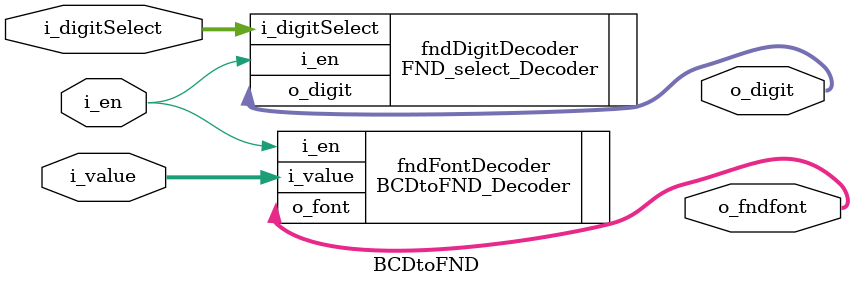
<source format=v>
`timescale 1ns / 1ps



module BCDtoFND(
    input [1:0] i_digitSelect,
    input [3:0] i_value,
    input i_en,
    output [3:0] o_digit,
    output [7:0] o_fndfont
    );


    FND_select_Decoder fndDigitDecoder(
        .i_digitSelect(i_digitSelect),
        .i_en(i_en),
        .o_digit(o_digit)
    );

    BCDtoFND_Decoder fndFontDecoder(
        .i_value(i_value),
        .i_en(i_en),
        .o_font(o_fndfont)
    );
endmodule

</source>
